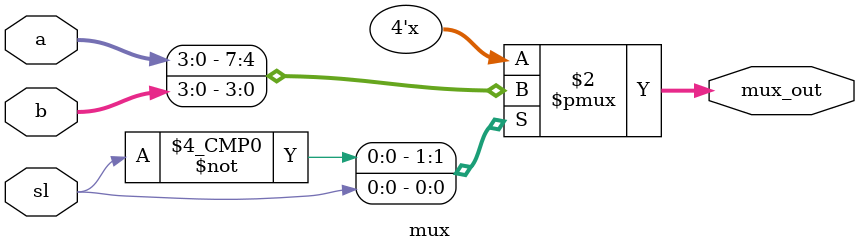
<source format=v>





module mux(

    // Now I will list the port list. 

    input wire [3:0] a,
    input wire [3:0] b,

    input wire sl, // select line 
    output reg [3:0] mux_out


);

always @(*) begin 

    case(sl)

    1'b0: mux_out = a; 
    1'b1: mux_out = b; 
    default: mux_out = 0000; 

    endcase

end 


endmodule
</source>
